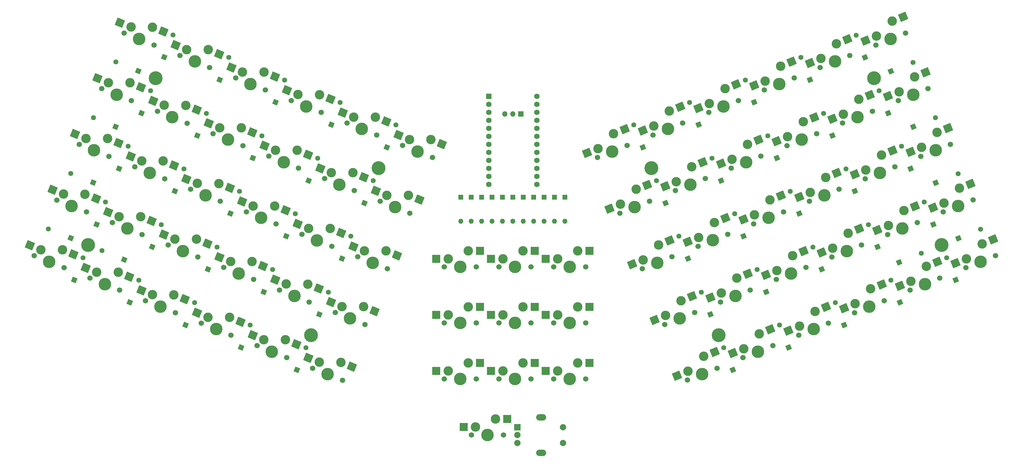
<source format=gbs>
G04 #@! TF.GenerationSoftware,KiCad,Pcbnew,8.0.2*
G04 #@! TF.CreationDate,2024-05-12T11:37:13+02:00*
G04 #@! TF.ProjectId,pterodactyl,70746572-6f64-4616-9374-796c2e6b6963,rev?*
G04 #@! TF.SameCoordinates,Original*
G04 #@! TF.FileFunction,Soldermask,Bot*
G04 #@! TF.FilePolarity,Negative*
%FSLAX46Y46*%
G04 Gerber Fmt 4.6, Leading zero omitted, Abs format (unit mm)*
G04 Created by KiCad (PCBNEW 8.0.2) date 2024-05-12 11:37:13*
%MOMM*%
%LPD*%
G01*
G04 APERTURE LIST*
G04 Aperture macros list*
%AMHorizOval*
0 Thick line with rounded ends*
0 $1 width*
0 $2 $3 position (X,Y) of the first rounded end (center of the circle)*
0 $4 $5 position (X,Y) of the second rounded end (center of the circle)*
0 Add line between two ends*
20,1,$1,$2,$3,$4,$5,0*
0 Add two circle primitives to create the rounded ends*
1,1,$1,$2,$3*
1,1,$1,$4,$5*%
%AMRotRect*
0 Rectangle, with rotation*
0 The origin of the aperture is its center*
0 $1 length*
0 $2 width*
0 $3 Rotation angle, in degrees counterclockwise*
0 Add horizontal line*
21,1,$1,$2,0,0,$3*%
G04 Aperture macros list end*
%ADD10R,1.752600X1.752600*%
%ADD11C,1.752600*%
%ADD12RotRect,1.600000X1.600000X68.000000*%
%ADD13HorizOval,1.600000X0.000000X0.000000X0.000000X0.000000X0*%
%ADD14C,1.701800*%
%ADD15C,3.000000*%
%ADD16C,3.987800*%
%ADD17RotRect,2.550000X2.500000X22.000000*%
%ADD18R,2.550000X2.500000*%
%ADD19RotRect,1.600000X1.600000X112.000000*%
%ADD20HorizOval,1.600000X0.000000X0.000000X0.000000X0.000000X0*%
%ADD21RotRect,2.550000X2.500000X338.000000*%
%ADD22R,1.700000X1.700000*%
%ADD23O,1.700000X1.700000*%
%ADD24R,1.600000X1.600000*%
%ADD25O,1.600000X1.600000*%
%ADD26RotRect,1.600000X1.600000X22.000000*%
%ADD27HorizOval,1.600000X0.000000X0.000000X0.000000X0.000000X0*%
%ADD28RotRect,1.600000X1.600000X158.000000*%
%ADD29HorizOval,1.600000X0.000000X0.000000X0.000000X0.000000X0*%
%ADD30C,4.400000*%
%ADD31O,3.200000X2.000000*%
%ADD32R,2.000000X2.000000*%
%ADD33C,2.000000*%
G04 APERTURE END LIST*
D10*
X193703455Y-83071431D03*
D11*
X193703455Y-85611431D03*
X193703455Y-88151431D03*
X193703455Y-90691431D03*
X193703455Y-93231431D03*
X193703455Y-95771431D03*
X193703455Y-98311431D03*
X193703455Y-100851431D03*
X193703455Y-103391431D03*
X193703455Y-105931431D03*
X193703455Y-108471431D03*
X208943455Y-111011431D03*
X208943455Y-108471431D03*
X208943455Y-105931431D03*
X208943455Y-103391431D03*
X208943455Y-100851431D03*
X208943455Y-98311431D03*
X208943455Y-95771431D03*
X208943455Y-93231431D03*
X208943455Y-90691431D03*
X208943455Y-88151431D03*
X208943455Y-85611431D03*
X193703455Y-111011431D03*
X208943455Y-83071431D03*
D12*
X90716236Y-70674026D03*
D13*
X93570738Y-63608885D03*
D14*
X302507555Y-134048979D03*
D15*
X302733578Y-131218182D03*
D16*
X307217649Y-132145978D03*
D15*
X307669694Y-126484383D03*
D14*
X311927743Y-130242977D03*
D17*
X311146634Y-125079609D03*
X299256638Y-132622957D03*
D14*
X214235955Y-137211431D03*
D15*
X215505955Y-134671431D03*
D16*
X219315955Y-137211431D03*
D15*
X221855955Y-132131431D03*
D14*
X224395955Y-137211431D03*
D18*
X225605955Y-132131431D03*
X211755955Y-134671431D03*
D19*
X313023542Y-70744577D03*
D20*
X310169040Y-63679436D03*
D14*
X74325810Y-123107534D03*
D15*
X76454834Y-121228237D03*
D16*
X79035904Y-125010535D03*
D15*
X83293952Y-121251942D03*
D14*
X83745998Y-126913536D03*
D21*
X86770892Y-122656716D03*
X72977895Y-119823462D03*
D22*
X203848455Y-88640000D03*
D23*
X201308455Y-88640000D03*
X198768455Y-88640000D03*
D19*
X327472682Y-105998919D03*
D20*
X324618180Y-98933778D03*
D14*
X228110230Y-102469189D03*
D15*
X228336253Y-99638392D03*
D16*
X232820324Y-100566188D03*
D15*
X233272369Y-94904593D03*
D14*
X237530418Y-98663187D03*
D17*
X236749309Y-93499819D03*
X224859313Y-101043167D03*
D19*
X292146977Y-120271430D03*
D20*
X289292475Y-113206289D03*
D24*
X217823451Y-115061431D03*
D25*
X217823451Y-122681431D03*
D19*
X341745193Y-141324624D03*
D20*
X338890691Y-134259483D03*
D14*
X337833259Y-119776468D03*
D15*
X338059282Y-116945671D03*
D16*
X342543353Y-117873467D03*
D15*
X342995398Y-112211872D03*
D14*
X347253447Y-115970466D03*
D17*
X346472338Y-110807098D03*
X334582342Y-118350446D03*
D12*
X118883209Y-102665021D03*
D13*
X121737711Y-95599880D03*
D14*
X179520955Y-172771431D03*
D15*
X180790955Y-170231431D03*
D16*
X184600955Y-172771431D03*
D15*
X187140955Y-167691431D03*
D14*
X189680955Y-172771431D03*
D18*
X190890955Y-167691431D03*
X177040955Y-170231431D03*
D14*
X235246487Y-120132041D03*
D15*
X235472510Y-117301244D03*
D16*
X239956581Y-118229040D03*
D15*
X240408626Y-112567445D03*
D14*
X244666675Y-116326039D03*
D17*
X243885566Y-111162671D03*
X231995570Y-118706019D03*
D19*
X263976258Y-152253152D03*
D20*
X261121756Y-145188011D03*
D12*
X139940149Y-152253966D03*
D13*
X142794651Y-145188825D03*
D14*
X123924026Y-102054341D03*
D15*
X126053050Y-100175044D03*
D16*
X128634120Y-103957342D03*
D15*
X132892168Y-100198749D03*
D14*
X133344214Y-105860343D03*
D21*
X136369108Y-101603523D03*
X122576111Y-98770269D03*
D14*
X137840965Y-169315410D03*
D15*
X139969989Y-167436113D03*
D16*
X142551059Y-171218411D03*
D15*
X146809107Y-167459818D03*
D14*
X147261153Y-173121412D03*
D21*
X150286047Y-168864592D03*
X136493050Y-166031338D03*
D14*
X144977219Y-151652557D03*
D15*
X147106243Y-149773260D03*
D16*
X149687313Y-153555558D03*
D15*
X153945361Y-149796965D03*
D14*
X154397407Y-155458559D03*
D21*
X157422301Y-151201739D03*
X143629304Y-148368485D03*
D12*
X126041941Y-84946539D03*
D13*
X128896443Y-77881398D03*
D14*
X249518998Y-155457746D03*
D15*
X249745021Y-152626949D03*
D16*
X254229092Y-153554745D03*
D15*
X254681137Y-147893150D03*
D14*
X258939186Y-151651744D03*
D17*
X258158077Y-146488376D03*
X246268081Y-154031724D03*
D14*
X252909338Y-112995786D03*
D15*
X253135361Y-110164989D03*
D16*
X257619432Y-111092785D03*
D15*
X258071477Y-105431190D03*
D14*
X262329526Y-109189784D03*
D17*
X261548417Y-104026416D03*
X249658421Y-111569764D03*
D14*
X141586881Y-109190597D03*
D15*
X143715905Y-107311300D03*
D16*
X146296975Y-111093598D03*
D15*
X150555023Y-107335005D03*
D14*
X151007069Y-112996599D03*
D21*
X154031963Y-108739779D03*
X140238966Y-105906525D03*
D12*
X122277295Y-145117710D03*
D13*
X125131797Y-138052569D03*
D14*
X267181851Y-148321491D03*
D15*
X267407874Y-145490694D03*
D16*
X271891945Y-146418490D03*
D15*
X272343990Y-140756895D03*
D14*
X276602039Y-144515489D03*
D17*
X275820930Y-139352121D03*
X263930934Y-146895469D03*
D12*
X115159769Y-162734204D03*
D13*
X118014271Y-155669063D03*
D19*
X288756636Y-162733391D03*
D20*
X285902134Y-155668250D03*
D14*
X81462067Y-105444684D03*
D15*
X83591091Y-103565387D03*
D16*
X86172161Y-107347685D03*
D15*
X90430209Y-103589092D03*
D14*
X90882255Y-109250686D03*
D21*
X93907149Y-104993866D03*
X80114152Y-102160612D03*
D14*
X270572192Y-105859530D03*
D15*
X270798215Y-103028733D03*
D16*
X275282286Y-103956529D03*
D15*
X275734331Y-98294934D03*
D14*
X279992380Y-102053528D03*
D17*
X279211271Y-96890160D03*
X267321275Y-104433508D03*
D19*
X295537319Y-77809470D03*
D20*
X292682817Y-70744329D03*
D26*
X342578911Y-128132145D03*
D27*
X349644052Y-125277643D03*
D12*
X62171214Y-141325438D03*
D13*
X65025716Y-134260297D03*
D14*
X245773084Y-95332933D03*
D15*
X245999107Y-92502136D03*
D16*
X250483178Y-93429932D03*
D15*
X250935223Y-87768337D03*
D14*
X255193272Y-91526931D03*
D17*
X254412163Y-86363563D03*
X242522167Y-93906911D03*
D14*
X196878455Y-154991431D03*
D15*
X198148455Y-152451431D03*
D16*
X201958455Y-154991431D03*
D15*
X204498455Y-149911431D03*
D14*
X207038455Y-154991431D03*
D18*
X208248455Y-149911431D03*
X194398455Y-152451431D03*
D19*
X299301962Y-137980641D03*
D20*
X296447460Y-130915500D03*
D14*
X148723133Y-91527745D03*
D15*
X150852157Y-89648448D03*
D16*
X153433227Y-93430746D03*
D15*
X157691275Y-89672153D03*
D14*
X158143321Y-95333747D03*
D21*
X161168215Y-91076927D03*
X147375218Y-88243673D03*
D14*
X284844703Y-141185235D03*
D15*
X285070726Y-138354438D03*
D16*
X289554797Y-139282234D03*
D15*
X290006842Y-133620639D03*
D14*
X294264891Y-137379233D03*
D17*
X293483782Y-132215865D03*
X281593786Y-139759213D03*
D28*
X78055062Y-134887292D03*
D29*
X70989921Y-132032790D03*
D19*
X274484124Y-127407686D03*
D20*
X271629622Y-120342545D03*
D30*
X137287761Y-158818856D03*
D12*
X161367646Y-99219050D03*
D13*
X164222148Y-92153909D03*
D19*
X277874466Y-84945726D03*
D20*
X275019964Y-77880585D03*
D14*
X196878455Y-172771431D03*
D15*
X198148455Y-170231431D03*
D16*
X201958455Y-172771431D03*
D15*
X204498455Y-167691431D03*
D14*
X207038455Y-172771431D03*
D18*
X208248455Y-167691431D03*
X194398455Y-170231431D03*
D12*
X83557502Y-88392511D03*
D13*
X86412004Y-81327370D03*
D24*
X188123458Y-115061431D03*
D25*
X188123458Y-122681431D03*
D14*
X99124918Y-112580937D03*
D15*
X101253942Y-110701640D03*
D16*
X103835012Y-114483938D03*
D15*
X108093060Y-110725345D03*
D14*
X108545106Y-116386939D03*
D21*
X111570000Y-112130119D03*
X97777003Y-109296865D03*
D14*
X313034152Y-109249871D03*
D15*
X313260175Y-106419074D03*
D16*
X317744246Y-107346870D03*
D15*
X318196291Y-101685275D03*
D14*
X322454340Y-105443869D03*
D17*
X321673231Y-100280501D03*
X309783235Y-107823849D03*
D26*
X323797412Y-135720364D03*
D27*
X330862553Y-132865862D03*
D14*
X256655254Y-173120598D03*
D15*
X256881277Y-170289801D03*
D16*
X261365348Y-171217597D03*
D15*
X261817393Y-165556002D03*
D14*
X266075442Y-169314596D03*
D17*
X265294333Y-164151228D03*
X253404337Y-171694576D03*
D28*
X68201550Y-110424343D03*
D29*
X61136409Y-107569841D03*
D19*
X316964815Y-130844386D03*
D20*
X314110313Y-123779245D03*
D14*
X327306664Y-144575576D03*
D15*
X327532687Y-141744779D03*
D16*
X332016758Y-142672575D03*
D15*
X332468803Y-137010980D03*
D14*
X336726852Y-140769574D03*
D17*
X335945743Y-135606206D03*
X324055747Y-143149554D03*
D26*
X328273097Y-92724013D03*
D27*
X335338238Y-89869511D03*
D30*
X88045117Y-77285275D03*
D14*
X166385989Y-98664001D03*
D15*
X168515013Y-96784704D03*
D16*
X171096083Y-100567002D03*
D15*
X175354131Y-96808409D03*
D14*
X175806177Y-102470003D03*
D21*
X178831071Y-98213183D03*
X165038074Y-95379929D03*
D14*
X298761640Y-73924167D03*
D15*
X298987663Y-71093370D03*
D16*
X303471734Y-72021166D03*
D15*
X303923779Y-66359571D03*
D14*
X308181828Y-70118165D03*
D17*
X307400719Y-64954797D03*
X295510723Y-72498145D03*
D14*
X281098789Y-81060422D03*
D15*
X281324812Y-78229625D03*
D16*
X285808883Y-79157421D03*
D15*
X286260928Y-73495826D03*
D14*
X290518977Y-77254420D03*
D17*
X289737868Y-72091052D03*
X277847872Y-79634400D03*
D14*
X95734575Y-70118977D03*
D15*
X97863599Y-68239680D03*
D16*
X100444669Y-72021978D03*
D15*
X104702717Y-68263385D03*
D14*
X105154763Y-73924979D03*
D21*
X108179657Y-69668159D03*
X94386660Y-66834905D03*
D14*
X84852407Y-147906644D03*
D15*
X86981431Y-146027347D03*
D16*
X89562501Y-149809645D03*
D15*
X93820549Y-146051052D03*
D14*
X94272595Y-151712646D03*
D21*
X97297489Y-147455826D03*
X83504492Y-144622572D03*
D12*
X143704793Y-92082794D03*
D13*
X146559295Y-85017653D03*
D12*
X97496919Y-155597949D03*
D13*
X100351421Y-148532808D03*
D14*
X91988665Y-130243791D03*
D15*
X94117689Y-128364494D03*
D16*
X96698759Y-132146792D03*
D15*
X100956807Y-128388199D03*
D14*
X101408853Y-134049793D03*
D21*
X104433747Y-129792973D03*
X90640750Y-126959719D03*
D14*
X134450622Y-126853449D03*
D15*
X136579646Y-124974152D03*
D16*
X139160716Y-128756450D03*
D15*
X143418764Y-124997857D03*
D14*
X143870810Y-130659451D03*
D21*
X146895704Y-126402631D03*
X133102707Y-123569377D03*
D30*
X158696526Y-105830299D03*
D24*
X201323454Y-115061431D03*
D25*
X201323454Y-122681431D03*
D14*
X88598322Y-87781830D03*
D15*
X90727346Y-85902533D03*
D16*
X93308416Y-89684831D03*
D15*
X97566464Y-85926238D03*
D14*
X98018510Y-91587832D03*
D21*
X101043404Y-87331012D03*
X87250407Y-84497758D03*
D14*
X309643811Y-151711831D03*
D15*
X309869834Y-148881034D03*
D16*
X314353905Y-149808830D03*
D15*
X314805950Y-144147235D03*
D14*
X319063999Y-147905829D03*
D17*
X318282890Y-142742461D03*
X306392894Y-150285809D03*
D14*
X179520955Y-154991431D03*
D15*
X180790955Y-152451431D03*
D16*
X184600955Y-154991431D03*
D15*
X187140955Y-149911431D03*
D14*
X189680955Y-154991431D03*
D18*
X190890955Y-149911431D03*
X177040955Y-152451431D03*
D14*
X56662959Y-115971279D03*
D15*
X58791983Y-114091982D03*
D16*
X61373053Y-117874280D03*
D15*
X65631101Y-114115687D03*
D14*
X66083147Y-119777281D03*
D21*
X69108041Y-115520461D03*
X55315044Y-112687207D03*
D19*
X302696050Y-95527952D03*
D20*
X299841548Y-88462811D03*
D28*
X75356536Y-92715131D03*
D29*
X68291395Y-89860629D03*
D24*
X204623453Y-115061431D03*
D25*
X204623453Y-122681431D03*
D14*
X316424494Y-66787911D03*
D15*
X316650517Y-63957114D03*
D16*
X321134588Y-64884910D03*
D15*
X321586633Y-59223315D03*
D14*
X325844682Y-62981909D03*
D17*
X325063573Y-57818541D03*
X313173577Y-65361889D03*
D14*
X78071727Y-62982723D03*
D15*
X80200751Y-61103426D03*
D16*
X82781821Y-64885724D03*
D15*
X87039869Y-61127131D03*
D14*
X87491915Y-66788725D03*
D21*
X90516809Y-62531905D03*
X76723812Y-59698651D03*
D28*
X61087598Y-128031991D03*
D29*
X54022457Y-125177489D03*
D19*
X267370345Y-109800464D03*
D20*
X264515843Y-102735323D03*
D14*
X127314369Y-144516302D03*
D15*
X129443393Y-142637005D03*
D16*
X132024463Y-146419303D03*
D15*
X136282511Y-142660710D03*
D14*
X136734557Y-148322304D03*
D21*
X139759451Y-144065484D03*
X125966454Y-141232230D03*
D19*
X256821273Y-134543942D03*
D20*
X253966771Y-127478801D03*
D12*
X101220357Y-95528767D03*
D13*
X104074859Y-88463626D03*
D14*
X320170408Y-126912723D03*
D15*
X320396431Y-124081926D03*
D16*
X324880502Y-125009722D03*
D15*
X325332547Y-119348127D03*
D14*
X329590596Y-123106721D03*
D17*
X328809487Y-117943353D03*
X316919491Y-125486701D03*
D14*
X295371300Y-116386127D03*
D15*
X295597323Y-113555330D03*
D16*
X300081394Y-114483126D03*
D15*
X300533439Y-108821531D03*
D14*
X304791488Y-112580125D03*
D17*
X304010379Y-107416757D03*
X292120383Y-114960105D03*
D31*
X210252205Y-184951431D03*
X210252205Y-196151431D03*
D32*
X202752205Y-188051431D03*
D33*
X202752205Y-193051431D03*
X202752205Y-190551431D03*
X217252205Y-193051431D03*
X217252205Y-188051431D03*
D12*
X147095135Y-134544755D03*
D13*
X149949637Y-127479614D03*
D12*
X76443724Y-105999731D03*
D13*
X79298226Y-98934590D03*
D12*
X79834064Y-148461692D03*
D13*
X82688566Y-141396551D03*
D19*
X285033197Y-102664208D03*
D20*
X282178695Y-95599067D03*
D24*
X211223451Y-115061431D03*
D25*
X211223451Y-122681431D03*
D12*
X132822623Y-169870460D03*
D13*
X135677125Y-162805319D03*
D14*
X179520955Y-137211431D03*
D15*
X180790955Y-134671431D03*
D16*
X184600955Y-137211431D03*
D15*
X187140955Y-132131431D03*
D14*
X189680955Y-137211431D03*
D18*
X190890955Y-132131431D03*
X177040955Y-134671431D03*
D12*
X108379089Y-77810284D03*
D13*
X111233591Y-70745143D03*
D14*
X330697005Y-102113615D03*
D15*
X330923028Y-99282818D03*
D16*
X335407099Y-100210614D03*
D15*
X335859144Y-94549019D03*
D14*
X340117193Y-98307613D03*
D17*
X339336084Y-93144245D03*
X327446088Y-100687593D03*
D14*
X196878455Y-137211431D03*
D15*
X198148455Y-134671431D03*
D16*
X201958455Y-137211431D03*
D15*
X204498455Y-132131431D03*
D14*
X207038455Y-137211431D03*
D18*
X208248455Y-132131431D03*
X194398455Y-134671431D03*
D14*
X263435935Y-88196678D03*
D15*
X263661958Y-85365881D03*
D16*
X268146029Y-86293677D03*
D15*
X268598074Y-80632082D03*
D14*
X272856123Y-84390676D03*
D17*
X272075014Y-79227308D03*
X260185018Y-86770656D03*
D12*
X69288737Y-123708944D03*
D13*
X72143239Y-116643803D03*
D19*
X260211613Y-92081982D03*
D20*
X257357111Y-85016841D03*
D14*
X323560749Y-84450763D03*
D15*
X323786772Y-81619966D03*
D16*
X328270843Y-82547762D03*
D15*
X328722888Y-76886167D03*
D14*
X332980937Y-80644761D03*
D17*
X332199828Y-75481393D03*
X320309832Y-83024741D03*
D24*
X184823459Y-115061431D03*
D25*
X184823459Y-122681431D03*
D30*
X245219878Y-105829486D03*
D14*
X63799214Y-98308427D03*
D15*
X65928238Y-96429130D03*
D16*
X68509308Y-100211428D03*
D15*
X72767356Y-96452835D03*
D14*
X73219402Y-102114429D03*
D21*
X76244296Y-97857609D03*
X62451299Y-95024355D03*
D14*
X188199705Y-190551431D03*
D15*
X189469705Y-188011431D03*
D16*
X193279705Y-190551431D03*
D15*
X195819705Y-185471431D03*
D14*
X198359705Y-190551431D03*
D18*
X199569705Y-185471431D03*
X185719705Y-188011431D03*
D14*
X131060284Y-84391489D03*
D15*
X133189308Y-82512192D03*
D16*
X135770378Y-86294490D03*
D15*
X140028426Y-82535897D03*
D14*
X140480472Y-88197491D03*
D21*
X143505366Y-83940671D03*
X129712369Y-81107417D03*
D14*
X242382743Y-137794893D03*
D15*
X242608766Y-134964096D03*
D16*
X247092837Y-135891892D03*
D15*
X247544882Y-130230297D03*
D14*
X251802931Y-133988891D03*
D17*
X251021822Y-128825523D03*
X239131826Y-136368871D03*
D14*
X67189557Y-140770387D03*
D15*
X69318581Y-138891090D03*
D16*
X71899651Y-142673388D03*
D15*
X76157699Y-138914795D03*
D14*
X76609745Y-144576389D03*
D21*
X79634639Y-140319569D03*
X65841642Y-137486315D03*
D24*
X194723456Y-115061431D03*
D25*
X194723456Y-122681431D03*
D14*
X49526703Y-133634131D03*
D15*
X51655727Y-131754834D03*
D16*
X54236797Y-135537132D03*
D15*
X58494845Y-131778539D03*
D14*
X58946891Y-137440133D03*
D21*
X61971785Y-133183313D03*
X48178788Y-130350059D03*
D24*
X207923452Y-115061431D03*
D25*
X207923452Y-122681431D03*
D30*
X315871289Y-77284464D03*
D14*
X152113477Y-133989705D03*
D15*
X154242501Y-132110408D03*
D16*
X156823571Y-135892706D03*
D15*
X161081619Y-132134113D03*
D14*
X161533665Y-137795707D03*
D21*
X164558559Y-133538887D03*
X150765562Y-130705633D03*
D30*
X266628646Y-158818043D03*
D12*
X129432281Y-127408499D03*
D13*
X132286783Y-120343358D03*
D14*
X277708448Y-123522383D03*
D15*
X277934471Y-120691586D03*
D16*
X282418542Y-121619382D03*
D15*
X282870587Y-115957787D03*
D14*
X287128636Y-119716381D03*
D17*
X286347527Y-114553013D03*
X274457531Y-122096361D03*
D14*
X159249732Y-116326854D03*
D15*
X161378756Y-114447557D03*
D16*
X163959826Y-118229855D03*
D15*
X168217874Y-114471262D03*
D14*
X168669920Y-120132856D03*
D21*
X171694814Y-115876036D03*
X157901817Y-113042782D03*
D24*
X191423457Y-115061431D03*
D25*
X191423457Y-122681431D03*
D12*
X136546061Y-109801278D03*
D13*
X139400563Y-102736137D03*
D14*
X214235955Y-154991431D03*
D15*
X215505955Y-152451431D03*
D16*
X219315955Y-154991431D03*
D15*
X221855955Y-149911431D03*
D14*
X224395955Y-154991431D03*
D18*
X225605955Y-149911431D03*
X211755955Y-152451431D03*
D14*
X344969515Y-137439321D03*
D15*
X345195538Y-134608524D03*
D16*
X349679609Y-135536320D03*
D15*
X350131654Y-129874725D03*
D14*
X354389703Y-133633319D03*
D17*
X353608594Y-128469951D03*
X341718598Y-136013299D03*
D19*
X249707492Y-116936720D03*
D20*
X246852990Y-109871579D03*
D19*
X324082341Y-148460880D03*
D20*
X321227839Y-141395739D03*
D14*
X214235955Y-172771431D03*
D15*
X215505955Y-170231431D03*
D16*
X219315955Y-172771431D03*
D15*
X221855955Y-167691431D03*
D14*
X224395955Y-172771431D03*
D18*
X225605955Y-167691431D03*
X211755955Y-170231431D03*
D24*
X214523450Y-115061431D03*
D25*
X214523450Y-122681431D03*
D19*
X309809829Y-113135175D03*
D20*
X306955327Y-106070034D03*
D12*
X104614445Y-137981456D03*
D13*
X107468947Y-130916315D03*
D12*
X94106576Y-113135988D03*
D13*
X96961078Y-106070847D03*
D14*
X109651514Y-137380045D03*
D15*
X111780538Y-135500748D03*
D16*
X114361608Y-139283046D03*
D15*
X118619656Y-135524453D03*
D14*
X119071702Y-141186047D03*
D21*
X122096596Y-136929227D03*
X108303599Y-134095973D03*
D26*
X335442655Y-110469292D03*
D27*
X342507796Y-107614790D03*
D24*
X198023455Y-115061431D03*
D25*
X198023455Y-122681431D03*
D14*
X120178112Y-162179154D03*
D15*
X122307136Y-160299857D03*
D16*
X124888206Y-164082155D03*
D15*
X129146254Y-160323562D03*
D14*
X129598300Y-165985156D03*
D21*
X132623194Y-161728336D03*
X118830197Y-158895082D03*
D19*
X242548761Y-99218237D03*
D20*
X239694259Y-92153096D03*
D19*
X271093784Y-169869646D03*
D20*
X268239282Y-162804505D03*
D28*
X82496365Y-75043434D03*
D29*
X75431224Y-72188932D03*
D30*
X66636350Y-130273833D03*
D19*
X306419489Y-155597135D03*
D20*
X303564987Y-148531994D03*
D26*
X321170144Y-75143587D03*
D27*
X328235285Y-72289085D03*
D12*
X111769431Y-120272244D03*
D13*
X114623933Y-113207103D03*
D12*
X86951591Y-130845199D03*
D13*
X89806093Y-123780058D03*
D12*
X154208913Y-116937532D03*
D13*
X157063415Y-109872391D03*
D14*
X116787773Y-119717194D03*
D15*
X118916797Y-117837897D03*
D16*
X121497867Y-121620195D03*
D15*
X125755915Y-117861602D03*
D14*
X126207961Y-123523196D03*
D21*
X129232855Y-119266376D03*
X115439858Y-116433122D03*
D14*
X274318106Y-165984343D03*
D15*
X274544129Y-163153546D03*
D16*
X279028200Y-164081342D03*
D15*
X279480245Y-158419747D03*
D14*
X283738294Y-162178341D03*
D17*
X282957185Y-157014973D03*
X271067189Y-164558321D03*
D19*
X320358903Y-88391697D03*
D20*
X317504401Y-81326556D03*
D19*
X281639111Y-145116897D03*
D20*
X278784609Y-138051756D03*
D14*
X305897897Y-91587019D03*
D15*
X306123920Y-88756222D03*
D16*
X310607991Y-89684018D03*
D15*
X311060036Y-84022423D03*
D14*
X315318085Y-87781017D03*
D17*
X314536976Y-82617649D03*
X302646980Y-90160997D03*
D19*
X334627668Y-123708130D03*
D20*
X331773166Y-116642989D03*
D14*
X70935471Y-80645575D03*
D15*
X73064495Y-78766278D03*
D16*
X75645565Y-82548576D03*
D15*
X79903613Y-78789983D03*
D14*
X80355659Y-84451577D03*
D21*
X83380553Y-80194757D03*
X69587556Y-77361503D03*
D14*
X291980959Y-158848087D03*
D15*
X292206982Y-156017290D03*
D16*
X296691053Y-156945086D03*
D15*
X297143098Y-151283491D03*
D14*
X301401147Y-155042085D03*
D17*
X300620038Y-149878717D03*
X288730042Y-157422065D03*
D14*
X106261176Y-94918086D03*
D15*
X108390200Y-93038789D03*
D16*
X110971270Y-96821087D03*
D15*
X115229318Y-93062494D03*
D14*
X115681364Y-98724088D03*
D21*
X118706258Y-94467268D03*
X104913261Y-91634014D03*
D14*
X102515261Y-155042899D03*
D15*
X104644285Y-153163602D03*
D16*
X107225355Y-156945900D03*
D15*
X111483403Y-153187307D03*
D14*
X111935449Y-158848901D03*
D21*
X114960343Y-154592081D03*
X101167346Y-151758827D03*
D14*
X113397431Y-77255233D03*
D15*
X115526455Y-75375936D03*
D16*
X118107525Y-79158234D03*
D15*
X122365573Y-75399641D03*
D14*
X122817619Y-81061235D03*
D21*
X125842513Y-76804415D03*
X112049516Y-73971161D03*
D14*
X288235043Y-98723275D03*
D15*
X288461066Y-95892478D03*
D16*
X292945137Y-96820274D03*
D15*
X293397182Y-91158679D03*
D14*
X297655231Y-94917273D03*
D17*
X296874122Y-89753905D03*
X284984126Y-97297253D03*
D14*
X260045595Y-130658638D03*
D15*
X260271618Y-127827841D03*
D16*
X264755689Y-128755637D03*
D15*
X265207734Y-123094042D03*
D14*
X269465783Y-126852636D03*
D17*
X268684674Y-121689268D03*
X256794678Y-129232616D03*
D30*
X337280055Y-130273022D03*
M02*

</source>
